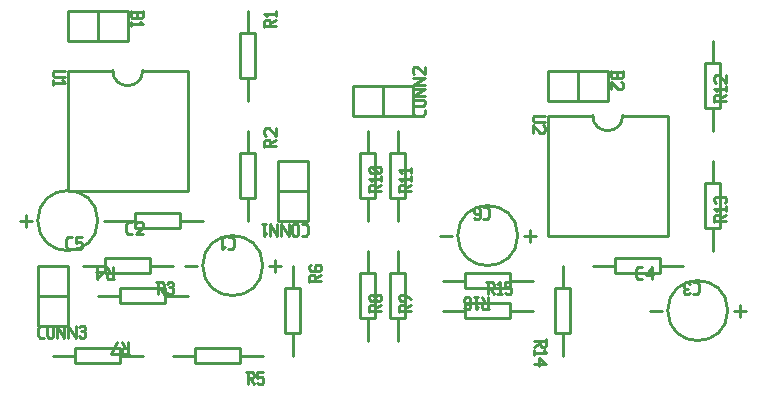
<source format=gbr>
G04 start of page 8 for group -4079 idx -4079 *
G04 Title: (unknown), topsilk *
G04 Creator: pcb 20110918 *
G04 CreationDate: Sat 15 Jun 2013 04:56:44 AM GMT UTC *
G04 For: commonadmin *
G04 Format: Gerber/RS-274X *
G04 PCB-Dimensions: 600000 500000 *
G04 PCB-Coordinate-Origin: lower left *
%MOIN*%
%FSLAX25Y25*%
%LNTOPSILK*%
%ADD36C,0.0100*%
G54D36*X15000Y105000D02*Y65000D01*
X55000D01*
Y105000D01*
X15000D02*X30000D01*
X40000D02*X55000D01*
X30000D02*G75*G03X40000Y105000I5000J0D01*G01*
X15000Y125000D02*Y115000D01*
X35000D01*
Y125000D01*
X15000D01*
Y115000D02*X25000D01*
Y125000D01*
X50000Y10000D02*X57500D01*
X72500D02*X80000D01*
X57500Y12500D02*X72500D01*
Y7500D01*
X57500D01*
Y12500D01*
X82000Y40000D02*X86000D01*
X84000Y42000D02*Y38000D01*
X54000Y40000D02*X58000D01*
X80000D02*G75*G03X80000Y40000I-10000J0D01*G01*
X90000Y17500D02*Y10000D01*
Y40000D02*Y32500D01*
X87500D02*Y17500D01*
Y32500D02*X92500D01*
Y17500D01*
X87500D02*X92500D01*
X75000Y102500D02*Y95000D01*
Y125000D02*Y117500D01*
X72500D02*Y102500D01*
Y117500D02*X77500D01*
Y102500D01*
X72500D02*X77500D01*
X130000Y100000D02*Y90000D01*
X110000Y100000D02*X130000D01*
X110000D02*Y90000D01*
X130000D01*
X120000Y100000D02*X130000D01*
X120000D02*Y90000D01*
X75000Y62500D02*Y55000D01*
Y85000D02*Y77500D01*
X72500D02*Y62500D01*
Y77500D02*X77500D01*
Y62500D01*
X72500D02*X77500D01*
X20000Y40000D02*X27500D01*
X42500D02*X50000D01*
X27500Y42500D02*X42500D01*
Y37500D01*
X27500D01*
Y42500D01*
X-1000Y55000D02*X3000D01*
X1000Y57000D02*Y53000D01*
X27000Y55000D02*X31000D01*
X5000D02*G75*G03X5000Y55000I10000J0D01*G01*
X30000D02*X37500D01*
X52500D02*X60000D01*
X37500Y57500D02*X52500D01*
Y52500D01*
X37500D02*X52500D01*
X37500Y57500D02*Y52500D01*
X47500Y30000D02*X55000D01*
X25000D02*X32500D01*
Y27500D02*X47500D01*
X32500Y32500D02*Y27500D01*
Y32500D02*X47500D01*
Y27500D01*
X32500Y10000D02*X40000D01*
X10000D02*X17500D01*
Y7500D02*X32500D01*
X17500Y12500D02*Y7500D01*
Y12500D02*X32500D01*
Y7500D01*
X5000Y20000D02*X15000D01*
Y40000D02*Y20000D01*
X5000Y40000D02*X15000D01*
X5000D02*Y20000D01*
X15000Y30000D02*Y20000D01*
X5000Y30000D02*X15000D01*
X85000Y75000D02*X95000D01*
X85000D02*Y55000D01*
X95000D01*
Y75000D02*Y55000D01*
X85000Y75000D02*Y65000D01*
X95000D01*
X125000Y22500D02*Y15000D01*
Y45000D02*Y37500D01*
X122500D02*Y22500D01*
Y37500D02*X127500D01*
Y22500D01*
X122500D02*X127500D01*
X115000D02*Y15000D01*
Y45000D02*Y37500D01*
X112500D02*Y22500D01*
Y37500D02*X117500D01*
Y22500D01*
X112500D02*X117500D01*
X125000Y62500D02*Y55000D01*
Y85000D02*Y77500D01*
X122500D02*Y62500D01*
Y77500D02*X127500D01*
Y62500D01*
X122500D02*X127500D01*
X115000D02*Y55000D01*
Y85000D02*Y77500D01*
X112500D02*Y62500D01*
Y77500D02*X117500D01*
Y62500D01*
X112500D02*X117500D01*
X175000Y90000D02*Y50000D01*
X215000D01*
Y90000D01*
X175000D02*X190000D01*
X200000D02*X215000D01*
X190000D02*G75*G03X200000Y90000I5000J0D01*G01*
X175000Y105000D02*Y95000D01*
X195000D01*
Y105000D01*
X175000D01*
Y95000D02*X185000D01*
Y105000D01*
X167000Y50000D02*X171000D01*
X169000Y52000D02*Y48000D01*
X139000Y50000D02*X143000D01*
X165000D02*G75*G03X165000Y50000I-10000J0D01*G01*
X140000Y35000D02*X147500D01*
X162500D02*X170000D01*
X147500Y37500D02*X162500D01*
Y32500D01*
X147500D02*X162500D01*
X147500Y37500D02*Y32500D01*
X162500Y25000D02*X170000D01*
X140000D02*X147500D01*
Y22500D02*X162500D01*
X147500Y27500D02*Y22500D01*
Y27500D02*X162500D01*
Y22500D01*
X190000Y40000D02*X197500D01*
X212500D02*X220000D01*
X197500Y42500D02*X212500D01*
Y37500D01*
X197500D01*
Y42500D01*
X180000Y40000D02*Y32500D01*
Y17500D02*Y10000D01*
X182500Y32500D02*Y17500D01*
X177500D02*X182500D01*
X177500Y32500D02*Y17500D01*
Y32500D02*X182500D01*
X237000Y25000D02*X241000D01*
X239000Y27000D02*Y23000D01*
X209000Y25000D02*X213000D01*
X235000D02*G75*G03X235000Y25000I-10000J0D01*G01*
X230000Y92500D02*Y85000D01*
Y115000D02*Y107500D01*
X227500D02*Y92500D01*
Y107500D02*X232500D01*
Y92500D01*
X227500D02*X232500D01*
X230000Y52500D02*Y45000D01*
Y75000D02*Y67500D01*
X227500D02*Y52500D01*
Y67500D02*X232500D01*
Y52500D01*
X227500D02*X232500D01*
X10500Y105000D02*X14000D01*
X10500D02*X10000Y104500D01*
Y103500D01*
X10500Y103000D01*
X14000D01*
X13200Y101800D02*X14000Y101000D01*
X10000D02*X14000D01*
X10000Y101800D02*Y100300D01*
X36000Y125000D02*Y123000D01*
X36500Y122500D01*
X37700D01*
X38200Y123000D02*X37700Y122500D01*
X38200Y124500D02*Y123000D01*
X36000Y124500D02*X40000D01*
Y125000D02*Y123000D01*
X39500Y122500D01*
X38700D02*X39500D01*
X38200Y123000D02*X38700Y122500D01*
X39200Y121300D02*X40000Y120500D01*
X36000D02*X40000D01*
X36000Y121300D02*Y119800D01*
X15200Y45500D02*X16500D01*
X14500Y46200D02*X15200Y45500D01*
X14500Y48800D02*Y46200D01*
Y48800D02*X15200Y49500D01*
X16500D01*
X17700D02*X19700D01*
X17700D02*Y47500D01*
X18200Y48000D01*
X19200D01*
X19700Y47500D01*
Y46000D01*
X19200Y45500D02*X19700Y46000D01*
X18200Y45500D02*X19200D01*
X17700Y46000D02*X18200Y45500D01*
X35200Y50500D02*X36500D01*
X34500Y51200D02*X35200Y50500D01*
X34500Y53800D02*Y51200D01*
Y53800D02*X35200Y54500D01*
X36500D01*
X37700Y54000D02*X38200Y54500D01*
X39700D01*
X40200Y54000D01*
Y53000D01*
X37700Y50500D02*X40200Y53000D01*
X37700Y50500D02*X40200D01*
X28500Y35500D02*X30500D01*
X28500D02*X28000Y36000D01*
Y37000D02*Y36000D01*
X28500Y37500D02*X28000Y37000D01*
X28500Y37500D02*X30000D01*
Y39500D02*Y35500D01*
X29200Y37500D02*X28000Y39500D01*
X26800Y38000D02*X24800Y35500D01*
X24300Y38000D02*X26800D01*
X24800Y39500D02*Y35500D01*
X170500Y90000D02*X174000D01*
X170500D02*X170000Y89500D01*
Y88500D01*
X170500Y88000D01*
X174000D01*
X173500Y86800D02*X174000Y86300D01*
Y84800D01*
X173500Y84300D01*
X172500D02*X173500D01*
X170000Y86800D02*X172500Y84300D01*
X170000Y86800D02*Y84300D01*
X80500Y121500D02*Y119500D01*
Y121500D02*X81000Y122000D01*
X82000D01*
X82500Y121500D02*X82000Y122000D01*
X82500Y121500D02*Y120000D01*
X80500D02*X84500D01*
X82500Y120800D02*X84500Y122000D01*
X81300Y123200D02*X80500Y124000D01*
X84500D01*
Y124700D02*Y123200D01*
X196000Y105000D02*Y103000D01*
X196500Y102500D01*
X197700D01*
X198200Y103000D02*X197700Y102500D01*
X198200Y104500D02*Y103000D01*
X196000Y104500D02*X200000D01*
Y105000D02*Y103000D01*
X199500Y102500D01*
X198700D02*X199500D01*
X198200Y103000D02*X198700Y102500D01*
X199500Y101300D02*X200000Y100800D01*
Y99300D01*
X199500Y98800D01*
X198500D02*X199500D01*
X196000Y101300D02*X198500Y98800D01*
X196000Y101300D02*Y98800D01*
X134000Y92000D02*Y90700D01*
X133300Y90000D02*X134000Y90700D01*
X130700Y90000D02*X133300D01*
X130700D02*X130000Y90700D01*
Y92000D02*Y90700D01*
X130500Y93200D02*X133500D01*
X130500D02*X130000Y93700D01*
Y94700D02*Y93700D01*
Y94700D02*X130500Y95200D01*
X133500D01*
X134000Y94700D02*X133500Y95200D01*
X134000Y94700D02*Y93700D01*
X133500Y93200D02*X134000Y93700D01*
X130000Y96400D02*X134000D01*
X130000D02*X134000Y98900D01*
X130000D02*X134000D01*
X130000Y100100D02*X134000D01*
X130000D02*X134000Y102600D01*
X130000D02*X134000D01*
X130500Y103800D02*X130000Y104300D01*
Y105800D02*Y104300D01*
Y105800D02*X130500Y106300D01*
X131500D01*
X134000Y103800D02*X131500Y106300D01*
X134000D02*Y103800D01*
X205200Y35500D02*X206500D01*
X204500Y36200D02*X205200Y35500D01*
X204500Y38800D02*Y36200D01*
Y38800D02*X205200Y39500D01*
X206500D01*
X207700Y37000D02*X209700Y39500D01*
X207700Y37000D02*X210200D01*
X209700Y39500D02*Y35500D01*
X223500Y34500D02*X224800D01*
X225500Y33800D02*X224800Y34500D01*
X225500Y33800D02*Y31200D01*
X224800Y30500D01*
X223500D02*X224800D01*
X222300Y31000D02*X221800Y30500D01*
X220800D02*X221800D01*
X220800D02*X220300Y31000D01*
X220800Y34500D02*X220300Y34000D01*
X220800Y34500D02*X221800D01*
X222300Y34000D02*X221800Y34500D01*
X220800Y32300D02*X221800D01*
X220300Y31800D02*Y31000D01*
Y34000D02*Y32800D01*
X220800Y32300D01*
X220300Y31800D02*X220800Y32300D01*
X230500Y96500D02*Y94500D01*
Y96500D02*X231000Y97000D01*
X232000D01*
X232500Y96500D02*X232000Y97000D01*
X232500Y96500D02*Y95000D01*
X230500D02*X234500D01*
X232500Y95800D02*X234500Y97000D01*
X231300Y98200D02*X230500Y99000D01*
X234500D01*
Y99700D02*Y98200D01*
X231000Y100900D02*X230500Y101400D01*
Y102900D02*Y101400D01*
Y102900D02*X231000Y103400D01*
X232000D01*
X234500Y100900D02*X232000Y103400D01*
X234500D02*Y100900D01*
X230500Y56500D02*Y54500D01*
Y56500D02*X231000Y57000D01*
X232000D01*
X232500Y56500D02*X232000Y57000D01*
X232500Y56500D02*Y55000D01*
X230500D02*X234500D01*
X232500Y55800D02*X234500Y57000D01*
X231300Y58200D02*X230500Y59000D01*
X234500D01*
Y59700D02*Y58200D01*
X231000Y60900D02*X230500Y61400D01*
Y62400D02*Y61400D01*
Y62400D02*X231000Y62900D01*
X234500Y62400D02*X234000Y62900D01*
X234500Y62400D02*Y61400D01*
X234000Y60900D02*X234500Y61400D01*
X232300Y62400D02*Y61400D01*
X231000Y62900D02*X231800D01*
X232800D02*X234000D01*
X232800D02*X232300Y62400D01*
X231800Y62900D02*X232300Y62400D01*
X33500Y10500D02*X35500D01*
X33500D02*X33000Y11000D01*
Y12000D02*Y11000D01*
X33500Y12500D02*X33000Y12000D01*
X33500Y12500D02*X35000D01*
Y14500D02*Y10500D01*
X34200Y12500D02*X33000Y14500D01*
X31300D02*X29300Y10500D01*
X31800D01*
X5700Y16000D02*X7000D01*
X5000Y16700D02*X5700Y16000D01*
X5000Y19300D02*Y16700D01*
Y19300D02*X5700Y20000D01*
X7000D01*
X8200Y19500D02*Y16500D01*
Y19500D02*X8700Y20000D01*
X9700D01*
X10200Y19500D01*
Y16500D01*
X9700Y16000D02*X10200Y16500D01*
X8700Y16000D02*X9700D01*
X8200Y16500D02*X8700Y16000D01*
X11400Y20000D02*Y16000D01*
Y20000D02*X13900Y16000D01*
Y20000D02*Y16000D01*
X15100Y20000D02*Y16000D01*
Y20000D02*X17600Y16000D01*
Y20000D02*Y16000D01*
X18800Y19500D02*X19300Y20000D01*
X20300D01*
X20800Y19500D01*
X20300Y16000D02*X20800Y16500D01*
X19300Y16000D02*X20300D01*
X18800Y16500D02*X19300Y16000D01*
Y18200D02*X20300D01*
X20800Y19500D02*Y18700D01*
Y17700D02*Y16500D01*
Y17700D02*X20300Y18200D01*
X20800Y18700D02*X20300Y18200D01*
X74500Y4500D02*X76500D01*
X77000Y4000D01*
Y3000D01*
X76500Y2500D02*X77000Y3000D01*
X75000Y2500D02*X76500D01*
X75000Y4500D02*Y500D01*
X75800Y2500D02*X77000Y500D01*
X78200Y4500D02*X80200D01*
X78200D02*Y2500D01*
X78700Y3000D01*
X79700D01*
X80200Y2500D01*
Y1000D01*
X79700Y500D02*X80200Y1000D01*
X78700Y500D02*X79700D01*
X78200Y1000D02*X78700Y500D01*
X44500Y34500D02*X46500D01*
X47000Y34000D01*
Y33000D01*
X46500Y32500D02*X47000Y33000D01*
X45000Y32500D02*X46500D01*
X45000Y34500D02*Y30500D01*
X45800Y32500D02*X47000Y30500D01*
X48200Y34000D02*X48700Y34500D01*
X49700D01*
X50200Y34000D01*
X49700Y30500D02*X50200Y31000D01*
X48700Y30500D02*X49700D01*
X48200Y31000D02*X48700Y30500D01*
Y32700D02*X49700D01*
X50200Y34000D02*Y33200D01*
Y32200D02*Y31000D01*
Y32200D02*X49700Y32700D01*
X50200Y33200D02*X49700Y32700D01*
X93000Y54000D02*X94300D01*
X95000Y53300D02*X94300Y54000D01*
X95000Y53300D02*Y50700D01*
X94300Y50000D01*
X93000D02*X94300D01*
X91800Y53500D02*Y50500D01*
X91300Y50000D01*
X90300D02*X91300D01*
X90300D02*X89800Y50500D01*
Y53500D02*Y50500D01*
X90300Y54000D02*X89800Y53500D01*
X90300Y54000D02*X91300D01*
X91800Y53500D02*X91300Y54000D01*
X88600D02*Y50000D01*
X86100Y54000D01*
Y50000D01*
X84900Y54000D02*Y50000D01*
X82400Y54000D01*
Y50000D01*
X81200Y50800D02*X80400Y50000D01*
Y54000D02*Y50000D01*
X79700Y54000D02*X81200D01*
X68500Y49500D02*X69800D01*
X70500Y48800D02*X69800Y49500D01*
X70500Y48800D02*Y46200D01*
X69800Y45500D01*
X68500D02*X69800D01*
X67300Y46300D02*X66500Y45500D01*
Y49500D02*Y45500D01*
X65800Y49500D02*X67300D01*
X80500Y81500D02*Y79500D01*
Y81500D02*X81000Y82000D01*
X82000D01*
X82500Y81500D02*X82000Y82000D01*
X82500Y81500D02*Y80000D01*
X80500D02*X84500D01*
X82500Y80800D02*X84500Y82000D01*
X81000Y83200D02*X80500Y83700D01*
Y85200D02*Y83700D01*
Y85200D02*X81000Y85700D01*
X82000D01*
X84500Y83200D02*X82000Y85700D01*
X84500D02*Y83200D01*
X95500Y36500D02*Y34500D01*
Y36500D02*X96000Y37000D01*
X97000D01*
X97500Y36500D02*X97000Y37000D01*
X97500Y36500D02*Y35000D01*
X95500D02*X99500D01*
X97500Y35800D02*X99500Y37000D01*
X95500Y39700D02*X96000Y40200D01*
X95500Y39700D02*Y38700D01*
X96000Y38200D02*X95500Y38700D01*
X96000Y38200D02*X99000D01*
X99500Y38700D01*
X97300Y39700D02*X97800Y40200D01*
X97300Y39700D02*Y38200D01*
X99500Y39700D02*Y38700D01*
Y39700D02*X99000Y40200D01*
X97800D02*X99000D01*
X125500Y26500D02*Y24500D01*
Y26500D02*X126000Y27000D01*
X127000D01*
X127500Y26500D02*X127000Y27000D01*
X127500Y26500D02*Y25000D01*
X125500D02*X129500D01*
X127500Y25800D02*X129500Y27000D01*
Y28700D02*X127500Y30200D01*
X126000D02*X127500D01*
X125500Y29700D02*X126000Y30200D01*
X125500Y29700D02*Y28700D01*
X126000Y28200D02*X125500Y28700D01*
X126000Y28200D02*X127000D01*
X127500Y28700D01*
Y30200D02*Y28700D01*
X115500Y26500D02*Y24500D01*
Y26500D02*X116000Y27000D01*
X117000D01*
X117500Y26500D02*X117000Y27000D01*
X117500Y26500D02*Y25000D01*
X115500D02*X119500D01*
X117500Y25800D02*X119500Y27000D01*
X119000Y28200D02*X119500Y28700D01*
X118200Y28200D02*X119000D01*
X118200D02*X117500Y28900D01*
Y29500D02*Y28900D01*
Y29500D02*X118200Y30200D01*
X119000D01*
X119500Y29700D02*X119000Y30200D01*
X119500Y29700D02*Y28700D01*
X116800Y28200D02*X117500Y28900D01*
X116000Y28200D02*X116800D01*
X116000D02*X115500Y28700D01*
Y29700D02*Y28700D01*
Y29700D02*X116000Y30200D01*
X116800D01*
X117500Y29500D02*X116800Y30200D01*
X125500Y66500D02*Y64500D01*
Y66500D02*X126000Y67000D01*
X127000D01*
X127500Y66500D02*X127000Y67000D01*
X127500Y66500D02*Y65000D01*
X125500D02*X129500D01*
X127500Y65800D02*X129500Y67000D01*
X126300Y68200D02*X125500Y69000D01*
X129500D01*
Y69700D02*Y68200D01*
X126300Y70900D02*X125500Y71700D01*
X129500D01*
Y72400D02*Y70900D01*
X115500Y66500D02*Y64500D01*
Y66500D02*X116000Y67000D01*
X117000D01*
X117500Y66500D02*X117000Y67000D01*
X117500Y66500D02*Y65000D01*
X115500D02*X119500D01*
X117500Y65800D02*X119500Y67000D01*
X116300Y68200D02*X115500Y69000D01*
X119500D01*
Y69700D02*Y68200D01*
X119000Y70900D02*X119500Y71400D01*
X116000Y70900D02*X119000D01*
X116000D02*X115500Y71400D01*
Y72400D02*Y71400D01*
Y72400D02*X116000Y72900D01*
X119000D01*
X119500Y72400D02*X119000Y72900D01*
X119500Y72400D02*Y71400D01*
X118500Y70900D02*X116500Y72900D01*
X153500Y59500D02*X154800D01*
X155500Y58800D02*X154800Y59500D01*
X155500Y58800D02*Y56200D01*
X154800Y55500D01*
X153500D02*X154800D01*
X150800D02*X150300Y56000D01*
X150800Y55500D02*X151800D01*
X152300Y56000D02*X151800Y55500D01*
X152300Y59000D02*Y56000D01*
Y59000D02*X151800Y59500D01*
X150800Y57300D02*X150300Y57800D01*
X150800Y57300D02*X152300D01*
X150800Y59500D02*X151800D01*
X150800D02*X150300Y59000D01*
Y57800D01*
X174500Y15500D02*Y13500D01*
X174000Y13000D01*
X173000D02*X174000D01*
X172500Y13500D02*X173000Y13000D01*
X172500Y15000D02*Y13500D01*
X170500Y15000D02*X174500D01*
X172500Y14200D02*X170500Y13000D01*
X173700Y11800D02*X174500Y11000D01*
X170500D02*X174500D01*
X170500Y11800D02*Y10300D01*
X172000Y9100D02*X174500Y7100D01*
X172000Y9100D02*Y6600D01*
X170500Y7100D02*X174500D01*
X154500Y34500D02*X156500D01*
X157000Y34000D01*
Y33000D01*
X156500Y32500D02*X157000Y33000D01*
X155000Y32500D02*X156500D01*
X155000Y34500D02*Y30500D01*
X155800Y32500D02*X157000Y30500D01*
X158200Y33700D02*X159000Y34500D01*
Y30500D01*
X158200D02*X159700D01*
X160900Y34500D02*X162900D01*
X160900D02*Y32500D01*
X161400Y33000D01*
X162400D01*
X162900Y32500D01*
Y31000D01*
X162400Y30500D02*X162900Y31000D01*
X161400Y30500D02*X162400D01*
X160900Y31000D02*X161400Y30500D01*
X153500Y25500D02*X155500D01*
X153500D02*X153000Y26000D01*
Y27000D02*Y26000D01*
X153500Y27500D02*X153000Y27000D01*
X153500Y27500D02*X155000D01*
Y29500D02*Y25500D01*
X154200Y27500D02*X153000Y29500D01*
X151800Y26300D02*X151000Y25500D01*
Y29500D02*Y25500D01*
X150300Y29500D02*X151800D01*
X147600Y25500D02*X147100Y26000D01*
X147600Y25500D02*X148600D01*
X149100Y26000D02*X148600Y25500D01*
X149100Y29000D02*Y26000D01*
Y29000D02*X148600Y29500D01*
X147600Y27300D02*X147100Y27800D01*
X147600Y27300D02*X149100D01*
X147600Y29500D02*X148600D01*
X147600D02*X147100Y29000D01*
Y27800D01*
M02*

</source>
